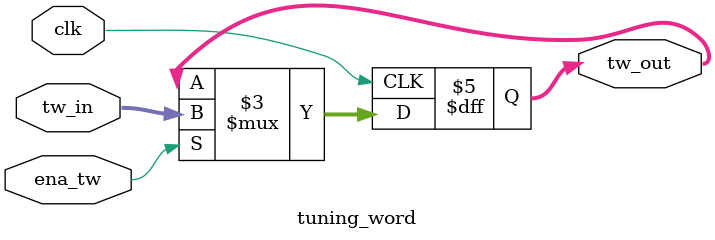
<source format=v>
module tuning_word #(parameter ADDR_WIDTH = 8)(
	
	input clk,
	input [(ADDR_WIDTH-1) : 0] tw_in,
	input ena_tw,
	
	output reg [(ADDR_WIDTH-1) : 0] tw_out
);

always@(posedge clk) begin
	if(ena_tw)
		begin
			tw_out <= tw_in;
		end
	else
		tw_out <= tw_out;
end

endmodule

</source>
